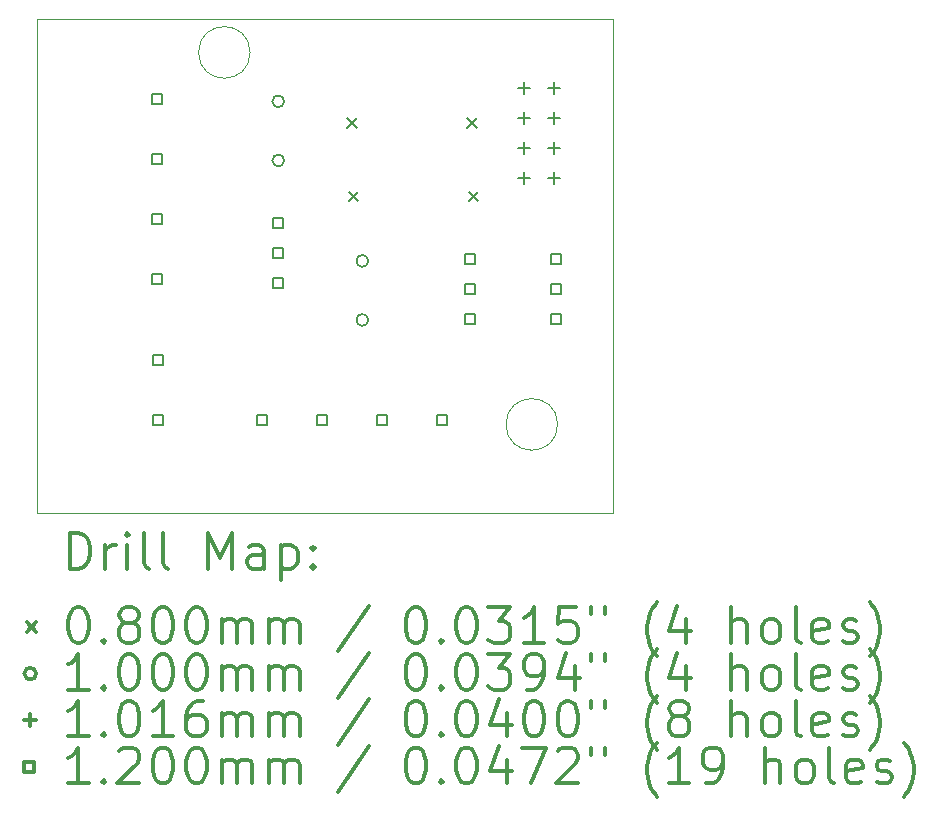
<source format=gbr>
%FSLAX45Y45*%
G04 Gerber Fmt 4.5, Leading zero omitted, Abs format (unit mm)*
G04 Created by KiCad (PCBNEW 5.99.0+really5.1.10+dfsg1-1) date 2021-12-19 10:59:43*
%MOMM*%
%LPD*%
G01*
G04 APERTURE LIST*
%TA.AperFunction,Profile*%
%ADD10C,0.050000*%
%TD*%
%TA.AperFunction,Profile*%
%ADD11C,0.100000*%
%TD*%
%ADD12C,0.200000*%
%ADD13C,0.300000*%
G04 APERTURE END LIST*
D10*
X11089699Y-8559800D02*
G75*
G03*
X11089699Y-8559800I-218499J0D01*
G01*
X13693199Y-11709400D02*
G75*
G03*
X13693199Y-11709400I-218499J0D01*
G01*
D11*
X14160500Y-8280400D02*
X14160500Y-12458700D01*
X9283700Y-8280400D02*
X14160500Y-8280400D01*
X9283700Y-12458700D02*
X9283700Y-8280400D01*
X14160500Y-12458700D02*
X9283700Y-12458700D01*
D12*
X11910700Y-9116700D02*
X11990700Y-9196700D01*
X11990700Y-9116700D02*
X11910700Y-9196700D01*
X11923400Y-9739000D02*
X12003400Y-9819000D01*
X12003400Y-9739000D02*
X11923400Y-9819000D01*
X12926700Y-9116700D02*
X13006700Y-9196700D01*
X13006700Y-9116700D02*
X12926700Y-9196700D01*
X12939400Y-9739000D02*
X13019400Y-9819000D01*
X13019400Y-9739000D02*
X12939400Y-9819000D01*
X11378400Y-8974200D02*
G75*
G03*
X11378400Y-8974200I-50000J0D01*
G01*
X11378400Y-9474200D02*
G75*
G03*
X11378400Y-9474200I-50000J0D01*
G01*
X12089600Y-10325100D02*
G75*
G03*
X12089600Y-10325100I-50000J0D01*
G01*
X12089600Y-10825100D02*
G75*
G03*
X12089600Y-10825100I-50000J0D01*
G01*
X13411200Y-8813800D02*
X13411200Y-8915400D01*
X13360400Y-8864600D02*
X13462000Y-8864600D01*
X13411200Y-9067800D02*
X13411200Y-9169400D01*
X13360400Y-9118600D02*
X13462000Y-9118600D01*
X13411200Y-9321800D02*
X13411200Y-9423400D01*
X13360400Y-9372600D02*
X13462000Y-9372600D01*
X13411200Y-9575800D02*
X13411200Y-9677400D01*
X13360400Y-9626600D02*
X13462000Y-9626600D01*
X13665200Y-8813800D02*
X13665200Y-8915400D01*
X13614400Y-8864600D02*
X13716000Y-8864600D01*
X13665200Y-9067800D02*
X13665200Y-9169400D01*
X13614400Y-9118600D02*
X13716000Y-9118600D01*
X13665200Y-9321800D02*
X13665200Y-9423400D01*
X13614400Y-9372600D02*
X13716000Y-9372600D01*
X13665200Y-9575800D02*
X13665200Y-9677400D01*
X13614400Y-9626600D02*
X13716000Y-9626600D01*
X10342127Y-8995927D02*
X10342127Y-8911073D01*
X10257273Y-8911073D01*
X10257273Y-8995927D01*
X10342127Y-8995927D01*
X10342127Y-9503927D02*
X10342127Y-9419073D01*
X10257273Y-9419073D01*
X10257273Y-9503927D01*
X10342127Y-9503927D01*
X10342127Y-10011927D02*
X10342127Y-9927073D01*
X10257273Y-9927073D01*
X10257273Y-10011927D01*
X10342127Y-10011927D01*
X10342127Y-10519927D02*
X10342127Y-10435073D01*
X10257273Y-10435073D01*
X10257273Y-10519927D01*
X10342127Y-10519927D01*
X10354827Y-11205727D02*
X10354827Y-11120873D01*
X10269973Y-11120873D01*
X10269973Y-11205727D01*
X10354827Y-11205727D01*
X10354827Y-11713727D02*
X10354827Y-11628873D01*
X10269973Y-11628873D01*
X10269973Y-11713727D01*
X10354827Y-11713727D01*
X11231127Y-11713727D02*
X11231127Y-11628873D01*
X11146273Y-11628873D01*
X11146273Y-11713727D01*
X11231127Y-11713727D01*
X11370827Y-10050027D02*
X11370827Y-9965173D01*
X11285973Y-9965173D01*
X11285973Y-10050027D01*
X11370827Y-10050027D01*
X11370827Y-10304027D02*
X11370827Y-10219173D01*
X11285973Y-10219173D01*
X11285973Y-10304027D01*
X11370827Y-10304027D01*
X11370827Y-10558027D02*
X11370827Y-10473173D01*
X11285973Y-10473173D01*
X11285973Y-10558027D01*
X11370827Y-10558027D01*
X11739127Y-11713727D02*
X11739127Y-11628873D01*
X11654273Y-11628873D01*
X11654273Y-11713727D01*
X11739127Y-11713727D01*
X12247127Y-11713727D02*
X12247127Y-11628873D01*
X12162273Y-11628873D01*
X12162273Y-11713727D01*
X12247127Y-11713727D01*
X12755127Y-11713727D02*
X12755127Y-11628873D01*
X12670273Y-11628873D01*
X12670273Y-11713727D01*
X12755127Y-11713727D01*
X12996427Y-10354827D02*
X12996427Y-10269973D01*
X12911573Y-10269973D01*
X12911573Y-10354827D01*
X12996427Y-10354827D01*
X12996427Y-10608827D02*
X12996427Y-10523973D01*
X12911573Y-10523973D01*
X12911573Y-10608827D01*
X12996427Y-10608827D01*
X12996427Y-10862827D02*
X12996427Y-10777973D01*
X12911573Y-10777973D01*
X12911573Y-10862827D01*
X12996427Y-10862827D01*
X13720327Y-10354827D02*
X13720327Y-10269973D01*
X13635473Y-10269973D01*
X13635473Y-10354827D01*
X13720327Y-10354827D01*
X13720327Y-10608827D02*
X13720327Y-10523973D01*
X13635473Y-10523973D01*
X13635473Y-10608827D01*
X13720327Y-10608827D01*
X13720327Y-10862827D02*
X13720327Y-10777973D01*
X13635473Y-10777973D01*
X13635473Y-10862827D01*
X13720327Y-10862827D01*
D13*
X9565128Y-12929414D02*
X9565128Y-12629414D01*
X9636557Y-12629414D01*
X9679414Y-12643700D01*
X9707986Y-12672271D01*
X9722271Y-12700843D01*
X9736557Y-12757986D01*
X9736557Y-12800843D01*
X9722271Y-12857986D01*
X9707986Y-12886557D01*
X9679414Y-12915129D01*
X9636557Y-12929414D01*
X9565128Y-12929414D01*
X9865128Y-12929414D02*
X9865128Y-12729414D01*
X9865128Y-12786557D02*
X9879414Y-12757986D01*
X9893700Y-12743700D01*
X9922271Y-12729414D01*
X9950843Y-12729414D01*
X10050843Y-12929414D02*
X10050843Y-12729414D01*
X10050843Y-12629414D02*
X10036557Y-12643700D01*
X10050843Y-12657986D01*
X10065128Y-12643700D01*
X10050843Y-12629414D01*
X10050843Y-12657986D01*
X10236557Y-12929414D02*
X10207986Y-12915129D01*
X10193700Y-12886557D01*
X10193700Y-12629414D01*
X10393700Y-12929414D02*
X10365128Y-12915129D01*
X10350843Y-12886557D01*
X10350843Y-12629414D01*
X10736557Y-12929414D02*
X10736557Y-12629414D01*
X10836557Y-12843700D01*
X10936557Y-12629414D01*
X10936557Y-12929414D01*
X11207986Y-12929414D02*
X11207986Y-12772271D01*
X11193700Y-12743700D01*
X11165128Y-12729414D01*
X11107986Y-12729414D01*
X11079414Y-12743700D01*
X11207986Y-12915129D02*
X11179414Y-12929414D01*
X11107986Y-12929414D01*
X11079414Y-12915129D01*
X11065128Y-12886557D01*
X11065128Y-12857986D01*
X11079414Y-12829414D01*
X11107986Y-12815129D01*
X11179414Y-12815129D01*
X11207986Y-12800843D01*
X11350843Y-12729414D02*
X11350843Y-13029414D01*
X11350843Y-12743700D02*
X11379414Y-12729414D01*
X11436557Y-12729414D01*
X11465128Y-12743700D01*
X11479414Y-12757986D01*
X11493700Y-12786557D01*
X11493700Y-12872271D01*
X11479414Y-12900843D01*
X11465128Y-12915129D01*
X11436557Y-12929414D01*
X11379414Y-12929414D01*
X11350843Y-12915129D01*
X11622271Y-12900843D02*
X11636557Y-12915129D01*
X11622271Y-12929414D01*
X11607986Y-12915129D01*
X11622271Y-12900843D01*
X11622271Y-12929414D01*
X11622271Y-12743700D02*
X11636557Y-12757986D01*
X11622271Y-12772271D01*
X11607986Y-12757986D01*
X11622271Y-12743700D01*
X11622271Y-12772271D01*
X9198700Y-13383700D02*
X9278700Y-13463700D01*
X9278700Y-13383700D02*
X9198700Y-13463700D01*
X9622271Y-13259414D02*
X9650843Y-13259414D01*
X9679414Y-13273700D01*
X9693700Y-13287986D01*
X9707986Y-13316557D01*
X9722271Y-13373700D01*
X9722271Y-13445129D01*
X9707986Y-13502271D01*
X9693700Y-13530843D01*
X9679414Y-13545129D01*
X9650843Y-13559414D01*
X9622271Y-13559414D01*
X9593700Y-13545129D01*
X9579414Y-13530843D01*
X9565128Y-13502271D01*
X9550843Y-13445129D01*
X9550843Y-13373700D01*
X9565128Y-13316557D01*
X9579414Y-13287986D01*
X9593700Y-13273700D01*
X9622271Y-13259414D01*
X9850843Y-13530843D02*
X9865128Y-13545129D01*
X9850843Y-13559414D01*
X9836557Y-13545129D01*
X9850843Y-13530843D01*
X9850843Y-13559414D01*
X10036557Y-13387986D02*
X10007986Y-13373700D01*
X9993700Y-13359414D01*
X9979414Y-13330843D01*
X9979414Y-13316557D01*
X9993700Y-13287986D01*
X10007986Y-13273700D01*
X10036557Y-13259414D01*
X10093700Y-13259414D01*
X10122271Y-13273700D01*
X10136557Y-13287986D01*
X10150843Y-13316557D01*
X10150843Y-13330843D01*
X10136557Y-13359414D01*
X10122271Y-13373700D01*
X10093700Y-13387986D01*
X10036557Y-13387986D01*
X10007986Y-13402271D01*
X9993700Y-13416557D01*
X9979414Y-13445129D01*
X9979414Y-13502271D01*
X9993700Y-13530843D01*
X10007986Y-13545129D01*
X10036557Y-13559414D01*
X10093700Y-13559414D01*
X10122271Y-13545129D01*
X10136557Y-13530843D01*
X10150843Y-13502271D01*
X10150843Y-13445129D01*
X10136557Y-13416557D01*
X10122271Y-13402271D01*
X10093700Y-13387986D01*
X10336557Y-13259414D02*
X10365128Y-13259414D01*
X10393700Y-13273700D01*
X10407986Y-13287986D01*
X10422271Y-13316557D01*
X10436557Y-13373700D01*
X10436557Y-13445129D01*
X10422271Y-13502271D01*
X10407986Y-13530843D01*
X10393700Y-13545129D01*
X10365128Y-13559414D01*
X10336557Y-13559414D01*
X10307986Y-13545129D01*
X10293700Y-13530843D01*
X10279414Y-13502271D01*
X10265128Y-13445129D01*
X10265128Y-13373700D01*
X10279414Y-13316557D01*
X10293700Y-13287986D01*
X10307986Y-13273700D01*
X10336557Y-13259414D01*
X10622271Y-13259414D02*
X10650843Y-13259414D01*
X10679414Y-13273700D01*
X10693700Y-13287986D01*
X10707986Y-13316557D01*
X10722271Y-13373700D01*
X10722271Y-13445129D01*
X10707986Y-13502271D01*
X10693700Y-13530843D01*
X10679414Y-13545129D01*
X10650843Y-13559414D01*
X10622271Y-13559414D01*
X10593700Y-13545129D01*
X10579414Y-13530843D01*
X10565128Y-13502271D01*
X10550843Y-13445129D01*
X10550843Y-13373700D01*
X10565128Y-13316557D01*
X10579414Y-13287986D01*
X10593700Y-13273700D01*
X10622271Y-13259414D01*
X10850843Y-13559414D02*
X10850843Y-13359414D01*
X10850843Y-13387986D02*
X10865128Y-13373700D01*
X10893700Y-13359414D01*
X10936557Y-13359414D01*
X10965128Y-13373700D01*
X10979414Y-13402271D01*
X10979414Y-13559414D01*
X10979414Y-13402271D02*
X10993700Y-13373700D01*
X11022271Y-13359414D01*
X11065128Y-13359414D01*
X11093700Y-13373700D01*
X11107986Y-13402271D01*
X11107986Y-13559414D01*
X11250843Y-13559414D02*
X11250843Y-13359414D01*
X11250843Y-13387986D02*
X11265128Y-13373700D01*
X11293700Y-13359414D01*
X11336557Y-13359414D01*
X11365128Y-13373700D01*
X11379414Y-13402271D01*
X11379414Y-13559414D01*
X11379414Y-13402271D02*
X11393700Y-13373700D01*
X11422271Y-13359414D01*
X11465128Y-13359414D01*
X11493700Y-13373700D01*
X11507986Y-13402271D01*
X11507986Y-13559414D01*
X12093700Y-13245129D02*
X11836557Y-13630843D01*
X12479414Y-13259414D02*
X12507986Y-13259414D01*
X12536557Y-13273700D01*
X12550843Y-13287986D01*
X12565128Y-13316557D01*
X12579414Y-13373700D01*
X12579414Y-13445129D01*
X12565128Y-13502271D01*
X12550843Y-13530843D01*
X12536557Y-13545129D01*
X12507986Y-13559414D01*
X12479414Y-13559414D01*
X12450843Y-13545129D01*
X12436557Y-13530843D01*
X12422271Y-13502271D01*
X12407986Y-13445129D01*
X12407986Y-13373700D01*
X12422271Y-13316557D01*
X12436557Y-13287986D01*
X12450843Y-13273700D01*
X12479414Y-13259414D01*
X12707986Y-13530843D02*
X12722271Y-13545129D01*
X12707986Y-13559414D01*
X12693700Y-13545129D01*
X12707986Y-13530843D01*
X12707986Y-13559414D01*
X12907986Y-13259414D02*
X12936557Y-13259414D01*
X12965128Y-13273700D01*
X12979414Y-13287986D01*
X12993700Y-13316557D01*
X13007986Y-13373700D01*
X13007986Y-13445129D01*
X12993700Y-13502271D01*
X12979414Y-13530843D01*
X12965128Y-13545129D01*
X12936557Y-13559414D01*
X12907986Y-13559414D01*
X12879414Y-13545129D01*
X12865128Y-13530843D01*
X12850843Y-13502271D01*
X12836557Y-13445129D01*
X12836557Y-13373700D01*
X12850843Y-13316557D01*
X12865128Y-13287986D01*
X12879414Y-13273700D01*
X12907986Y-13259414D01*
X13107986Y-13259414D02*
X13293700Y-13259414D01*
X13193700Y-13373700D01*
X13236557Y-13373700D01*
X13265128Y-13387986D01*
X13279414Y-13402271D01*
X13293700Y-13430843D01*
X13293700Y-13502271D01*
X13279414Y-13530843D01*
X13265128Y-13545129D01*
X13236557Y-13559414D01*
X13150843Y-13559414D01*
X13122271Y-13545129D01*
X13107986Y-13530843D01*
X13579414Y-13559414D02*
X13407986Y-13559414D01*
X13493700Y-13559414D02*
X13493700Y-13259414D01*
X13465128Y-13302271D01*
X13436557Y-13330843D01*
X13407986Y-13345129D01*
X13850843Y-13259414D02*
X13707986Y-13259414D01*
X13693700Y-13402271D01*
X13707986Y-13387986D01*
X13736557Y-13373700D01*
X13807986Y-13373700D01*
X13836557Y-13387986D01*
X13850843Y-13402271D01*
X13865128Y-13430843D01*
X13865128Y-13502271D01*
X13850843Y-13530843D01*
X13836557Y-13545129D01*
X13807986Y-13559414D01*
X13736557Y-13559414D01*
X13707986Y-13545129D01*
X13693700Y-13530843D01*
X13979414Y-13259414D02*
X13979414Y-13316557D01*
X14093700Y-13259414D02*
X14093700Y-13316557D01*
X14536557Y-13673700D02*
X14522271Y-13659414D01*
X14493700Y-13616557D01*
X14479414Y-13587986D01*
X14465128Y-13545129D01*
X14450843Y-13473700D01*
X14450843Y-13416557D01*
X14465128Y-13345129D01*
X14479414Y-13302271D01*
X14493700Y-13273700D01*
X14522271Y-13230843D01*
X14536557Y-13216557D01*
X14779414Y-13359414D02*
X14779414Y-13559414D01*
X14707986Y-13245129D02*
X14636557Y-13459414D01*
X14822271Y-13459414D01*
X15165128Y-13559414D02*
X15165128Y-13259414D01*
X15293700Y-13559414D02*
X15293700Y-13402271D01*
X15279414Y-13373700D01*
X15250843Y-13359414D01*
X15207986Y-13359414D01*
X15179414Y-13373700D01*
X15165128Y-13387986D01*
X15479414Y-13559414D02*
X15450843Y-13545129D01*
X15436557Y-13530843D01*
X15422271Y-13502271D01*
X15422271Y-13416557D01*
X15436557Y-13387986D01*
X15450843Y-13373700D01*
X15479414Y-13359414D01*
X15522271Y-13359414D01*
X15550843Y-13373700D01*
X15565128Y-13387986D01*
X15579414Y-13416557D01*
X15579414Y-13502271D01*
X15565128Y-13530843D01*
X15550843Y-13545129D01*
X15522271Y-13559414D01*
X15479414Y-13559414D01*
X15750843Y-13559414D02*
X15722271Y-13545129D01*
X15707986Y-13516557D01*
X15707986Y-13259414D01*
X15979414Y-13545129D02*
X15950843Y-13559414D01*
X15893700Y-13559414D01*
X15865128Y-13545129D01*
X15850843Y-13516557D01*
X15850843Y-13402271D01*
X15865128Y-13373700D01*
X15893700Y-13359414D01*
X15950843Y-13359414D01*
X15979414Y-13373700D01*
X15993700Y-13402271D01*
X15993700Y-13430843D01*
X15850843Y-13459414D01*
X16107986Y-13545129D02*
X16136557Y-13559414D01*
X16193700Y-13559414D01*
X16222271Y-13545129D01*
X16236557Y-13516557D01*
X16236557Y-13502271D01*
X16222271Y-13473700D01*
X16193700Y-13459414D01*
X16150843Y-13459414D01*
X16122271Y-13445129D01*
X16107986Y-13416557D01*
X16107986Y-13402271D01*
X16122271Y-13373700D01*
X16150843Y-13359414D01*
X16193700Y-13359414D01*
X16222271Y-13373700D01*
X16336557Y-13673700D02*
X16350843Y-13659414D01*
X16379414Y-13616557D01*
X16393700Y-13587986D01*
X16407986Y-13545129D01*
X16422271Y-13473700D01*
X16422271Y-13416557D01*
X16407986Y-13345129D01*
X16393700Y-13302271D01*
X16379414Y-13273700D01*
X16350843Y-13230843D01*
X16336557Y-13216557D01*
X9278700Y-13819700D02*
G75*
G03*
X9278700Y-13819700I-50000J0D01*
G01*
X9722271Y-13955414D02*
X9550843Y-13955414D01*
X9636557Y-13955414D02*
X9636557Y-13655414D01*
X9607986Y-13698271D01*
X9579414Y-13726843D01*
X9550843Y-13741129D01*
X9850843Y-13926843D02*
X9865128Y-13941129D01*
X9850843Y-13955414D01*
X9836557Y-13941129D01*
X9850843Y-13926843D01*
X9850843Y-13955414D01*
X10050843Y-13655414D02*
X10079414Y-13655414D01*
X10107986Y-13669700D01*
X10122271Y-13683986D01*
X10136557Y-13712557D01*
X10150843Y-13769700D01*
X10150843Y-13841129D01*
X10136557Y-13898271D01*
X10122271Y-13926843D01*
X10107986Y-13941129D01*
X10079414Y-13955414D01*
X10050843Y-13955414D01*
X10022271Y-13941129D01*
X10007986Y-13926843D01*
X9993700Y-13898271D01*
X9979414Y-13841129D01*
X9979414Y-13769700D01*
X9993700Y-13712557D01*
X10007986Y-13683986D01*
X10022271Y-13669700D01*
X10050843Y-13655414D01*
X10336557Y-13655414D02*
X10365128Y-13655414D01*
X10393700Y-13669700D01*
X10407986Y-13683986D01*
X10422271Y-13712557D01*
X10436557Y-13769700D01*
X10436557Y-13841129D01*
X10422271Y-13898271D01*
X10407986Y-13926843D01*
X10393700Y-13941129D01*
X10365128Y-13955414D01*
X10336557Y-13955414D01*
X10307986Y-13941129D01*
X10293700Y-13926843D01*
X10279414Y-13898271D01*
X10265128Y-13841129D01*
X10265128Y-13769700D01*
X10279414Y-13712557D01*
X10293700Y-13683986D01*
X10307986Y-13669700D01*
X10336557Y-13655414D01*
X10622271Y-13655414D02*
X10650843Y-13655414D01*
X10679414Y-13669700D01*
X10693700Y-13683986D01*
X10707986Y-13712557D01*
X10722271Y-13769700D01*
X10722271Y-13841129D01*
X10707986Y-13898271D01*
X10693700Y-13926843D01*
X10679414Y-13941129D01*
X10650843Y-13955414D01*
X10622271Y-13955414D01*
X10593700Y-13941129D01*
X10579414Y-13926843D01*
X10565128Y-13898271D01*
X10550843Y-13841129D01*
X10550843Y-13769700D01*
X10565128Y-13712557D01*
X10579414Y-13683986D01*
X10593700Y-13669700D01*
X10622271Y-13655414D01*
X10850843Y-13955414D02*
X10850843Y-13755414D01*
X10850843Y-13783986D02*
X10865128Y-13769700D01*
X10893700Y-13755414D01*
X10936557Y-13755414D01*
X10965128Y-13769700D01*
X10979414Y-13798271D01*
X10979414Y-13955414D01*
X10979414Y-13798271D02*
X10993700Y-13769700D01*
X11022271Y-13755414D01*
X11065128Y-13755414D01*
X11093700Y-13769700D01*
X11107986Y-13798271D01*
X11107986Y-13955414D01*
X11250843Y-13955414D02*
X11250843Y-13755414D01*
X11250843Y-13783986D02*
X11265128Y-13769700D01*
X11293700Y-13755414D01*
X11336557Y-13755414D01*
X11365128Y-13769700D01*
X11379414Y-13798271D01*
X11379414Y-13955414D01*
X11379414Y-13798271D02*
X11393700Y-13769700D01*
X11422271Y-13755414D01*
X11465128Y-13755414D01*
X11493700Y-13769700D01*
X11507986Y-13798271D01*
X11507986Y-13955414D01*
X12093700Y-13641129D02*
X11836557Y-14026843D01*
X12479414Y-13655414D02*
X12507986Y-13655414D01*
X12536557Y-13669700D01*
X12550843Y-13683986D01*
X12565128Y-13712557D01*
X12579414Y-13769700D01*
X12579414Y-13841129D01*
X12565128Y-13898271D01*
X12550843Y-13926843D01*
X12536557Y-13941129D01*
X12507986Y-13955414D01*
X12479414Y-13955414D01*
X12450843Y-13941129D01*
X12436557Y-13926843D01*
X12422271Y-13898271D01*
X12407986Y-13841129D01*
X12407986Y-13769700D01*
X12422271Y-13712557D01*
X12436557Y-13683986D01*
X12450843Y-13669700D01*
X12479414Y-13655414D01*
X12707986Y-13926843D02*
X12722271Y-13941129D01*
X12707986Y-13955414D01*
X12693700Y-13941129D01*
X12707986Y-13926843D01*
X12707986Y-13955414D01*
X12907986Y-13655414D02*
X12936557Y-13655414D01*
X12965128Y-13669700D01*
X12979414Y-13683986D01*
X12993700Y-13712557D01*
X13007986Y-13769700D01*
X13007986Y-13841129D01*
X12993700Y-13898271D01*
X12979414Y-13926843D01*
X12965128Y-13941129D01*
X12936557Y-13955414D01*
X12907986Y-13955414D01*
X12879414Y-13941129D01*
X12865128Y-13926843D01*
X12850843Y-13898271D01*
X12836557Y-13841129D01*
X12836557Y-13769700D01*
X12850843Y-13712557D01*
X12865128Y-13683986D01*
X12879414Y-13669700D01*
X12907986Y-13655414D01*
X13107986Y-13655414D02*
X13293700Y-13655414D01*
X13193700Y-13769700D01*
X13236557Y-13769700D01*
X13265128Y-13783986D01*
X13279414Y-13798271D01*
X13293700Y-13826843D01*
X13293700Y-13898271D01*
X13279414Y-13926843D01*
X13265128Y-13941129D01*
X13236557Y-13955414D01*
X13150843Y-13955414D01*
X13122271Y-13941129D01*
X13107986Y-13926843D01*
X13436557Y-13955414D02*
X13493700Y-13955414D01*
X13522271Y-13941129D01*
X13536557Y-13926843D01*
X13565128Y-13883986D01*
X13579414Y-13826843D01*
X13579414Y-13712557D01*
X13565128Y-13683986D01*
X13550843Y-13669700D01*
X13522271Y-13655414D01*
X13465128Y-13655414D01*
X13436557Y-13669700D01*
X13422271Y-13683986D01*
X13407986Y-13712557D01*
X13407986Y-13783986D01*
X13422271Y-13812557D01*
X13436557Y-13826843D01*
X13465128Y-13841129D01*
X13522271Y-13841129D01*
X13550843Y-13826843D01*
X13565128Y-13812557D01*
X13579414Y-13783986D01*
X13836557Y-13755414D02*
X13836557Y-13955414D01*
X13765128Y-13641129D02*
X13693700Y-13855414D01*
X13879414Y-13855414D01*
X13979414Y-13655414D02*
X13979414Y-13712557D01*
X14093700Y-13655414D02*
X14093700Y-13712557D01*
X14536557Y-14069700D02*
X14522271Y-14055414D01*
X14493700Y-14012557D01*
X14479414Y-13983986D01*
X14465128Y-13941129D01*
X14450843Y-13869700D01*
X14450843Y-13812557D01*
X14465128Y-13741129D01*
X14479414Y-13698271D01*
X14493700Y-13669700D01*
X14522271Y-13626843D01*
X14536557Y-13612557D01*
X14779414Y-13755414D02*
X14779414Y-13955414D01*
X14707986Y-13641129D02*
X14636557Y-13855414D01*
X14822271Y-13855414D01*
X15165128Y-13955414D02*
X15165128Y-13655414D01*
X15293700Y-13955414D02*
X15293700Y-13798271D01*
X15279414Y-13769700D01*
X15250843Y-13755414D01*
X15207986Y-13755414D01*
X15179414Y-13769700D01*
X15165128Y-13783986D01*
X15479414Y-13955414D02*
X15450843Y-13941129D01*
X15436557Y-13926843D01*
X15422271Y-13898271D01*
X15422271Y-13812557D01*
X15436557Y-13783986D01*
X15450843Y-13769700D01*
X15479414Y-13755414D01*
X15522271Y-13755414D01*
X15550843Y-13769700D01*
X15565128Y-13783986D01*
X15579414Y-13812557D01*
X15579414Y-13898271D01*
X15565128Y-13926843D01*
X15550843Y-13941129D01*
X15522271Y-13955414D01*
X15479414Y-13955414D01*
X15750843Y-13955414D02*
X15722271Y-13941129D01*
X15707986Y-13912557D01*
X15707986Y-13655414D01*
X15979414Y-13941129D02*
X15950843Y-13955414D01*
X15893700Y-13955414D01*
X15865128Y-13941129D01*
X15850843Y-13912557D01*
X15850843Y-13798271D01*
X15865128Y-13769700D01*
X15893700Y-13755414D01*
X15950843Y-13755414D01*
X15979414Y-13769700D01*
X15993700Y-13798271D01*
X15993700Y-13826843D01*
X15850843Y-13855414D01*
X16107986Y-13941129D02*
X16136557Y-13955414D01*
X16193700Y-13955414D01*
X16222271Y-13941129D01*
X16236557Y-13912557D01*
X16236557Y-13898271D01*
X16222271Y-13869700D01*
X16193700Y-13855414D01*
X16150843Y-13855414D01*
X16122271Y-13841129D01*
X16107986Y-13812557D01*
X16107986Y-13798271D01*
X16122271Y-13769700D01*
X16150843Y-13755414D01*
X16193700Y-13755414D01*
X16222271Y-13769700D01*
X16336557Y-14069700D02*
X16350843Y-14055414D01*
X16379414Y-14012557D01*
X16393700Y-13983986D01*
X16407986Y-13941129D01*
X16422271Y-13869700D01*
X16422271Y-13812557D01*
X16407986Y-13741129D01*
X16393700Y-13698271D01*
X16379414Y-13669700D01*
X16350843Y-13626843D01*
X16336557Y-13612557D01*
X9227900Y-14164900D02*
X9227900Y-14266500D01*
X9177100Y-14215700D02*
X9278700Y-14215700D01*
X9722271Y-14351414D02*
X9550843Y-14351414D01*
X9636557Y-14351414D02*
X9636557Y-14051414D01*
X9607986Y-14094271D01*
X9579414Y-14122843D01*
X9550843Y-14137129D01*
X9850843Y-14322843D02*
X9865128Y-14337129D01*
X9850843Y-14351414D01*
X9836557Y-14337129D01*
X9850843Y-14322843D01*
X9850843Y-14351414D01*
X10050843Y-14051414D02*
X10079414Y-14051414D01*
X10107986Y-14065700D01*
X10122271Y-14079986D01*
X10136557Y-14108557D01*
X10150843Y-14165700D01*
X10150843Y-14237129D01*
X10136557Y-14294271D01*
X10122271Y-14322843D01*
X10107986Y-14337129D01*
X10079414Y-14351414D01*
X10050843Y-14351414D01*
X10022271Y-14337129D01*
X10007986Y-14322843D01*
X9993700Y-14294271D01*
X9979414Y-14237129D01*
X9979414Y-14165700D01*
X9993700Y-14108557D01*
X10007986Y-14079986D01*
X10022271Y-14065700D01*
X10050843Y-14051414D01*
X10436557Y-14351414D02*
X10265128Y-14351414D01*
X10350843Y-14351414D02*
X10350843Y-14051414D01*
X10322271Y-14094271D01*
X10293700Y-14122843D01*
X10265128Y-14137129D01*
X10693700Y-14051414D02*
X10636557Y-14051414D01*
X10607986Y-14065700D01*
X10593700Y-14079986D01*
X10565128Y-14122843D01*
X10550843Y-14179986D01*
X10550843Y-14294271D01*
X10565128Y-14322843D01*
X10579414Y-14337129D01*
X10607986Y-14351414D01*
X10665128Y-14351414D01*
X10693700Y-14337129D01*
X10707986Y-14322843D01*
X10722271Y-14294271D01*
X10722271Y-14222843D01*
X10707986Y-14194271D01*
X10693700Y-14179986D01*
X10665128Y-14165700D01*
X10607986Y-14165700D01*
X10579414Y-14179986D01*
X10565128Y-14194271D01*
X10550843Y-14222843D01*
X10850843Y-14351414D02*
X10850843Y-14151414D01*
X10850843Y-14179986D02*
X10865128Y-14165700D01*
X10893700Y-14151414D01*
X10936557Y-14151414D01*
X10965128Y-14165700D01*
X10979414Y-14194271D01*
X10979414Y-14351414D01*
X10979414Y-14194271D02*
X10993700Y-14165700D01*
X11022271Y-14151414D01*
X11065128Y-14151414D01*
X11093700Y-14165700D01*
X11107986Y-14194271D01*
X11107986Y-14351414D01*
X11250843Y-14351414D02*
X11250843Y-14151414D01*
X11250843Y-14179986D02*
X11265128Y-14165700D01*
X11293700Y-14151414D01*
X11336557Y-14151414D01*
X11365128Y-14165700D01*
X11379414Y-14194271D01*
X11379414Y-14351414D01*
X11379414Y-14194271D02*
X11393700Y-14165700D01*
X11422271Y-14151414D01*
X11465128Y-14151414D01*
X11493700Y-14165700D01*
X11507986Y-14194271D01*
X11507986Y-14351414D01*
X12093700Y-14037129D02*
X11836557Y-14422843D01*
X12479414Y-14051414D02*
X12507986Y-14051414D01*
X12536557Y-14065700D01*
X12550843Y-14079986D01*
X12565128Y-14108557D01*
X12579414Y-14165700D01*
X12579414Y-14237129D01*
X12565128Y-14294271D01*
X12550843Y-14322843D01*
X12536557Y-14337129D01*
X12507986Y-14351414D01*
X12479414Y-14351414D01*
X12450843Y-14337129D01*
X12436557Y-14322843D01*
X12422271Y-14294271D01*
X12407986Y-14237129D01*
X12407986Y-14165700D01*
X12422271Y-14108557D01*
X12436557Y-14079986D01*
X12450843Y-14065700D01*
X12479414Y-14051414D01*
X12707986Y-14322843D02*
X12722271Y-14337129D01*
X12707986Y-14351414D01*
X12693700Y-14337129D01*
X12707986Y-14322843D01*
X12707986Y-14351414D01*
X12907986Y-14051414D02*
X12936557Y-14051414D01*
X12965128Y-14065700D01*
X12979414Y-14079986D01*
X12993700Y-14108557D01*
X13007986Y-14165700D01*
X13007986Y-14237129D01*
X12993700Y-14294271D01*
X12979414Y-14322843D01*
X12965128Y-14337129D01*
X12936557Y-14351414D01*
X12907986Y-14351414D01*
X12879414Y-14337129D01*
X12865128Y-14322843D01*
X12850843Y-14294271D01*
X12836557Y-14237129D01*
X12836557Y-14165700D01*
X12850843Y-14108557D01*
X12865128Y-14079986D01*
X12879414Y-14065700D01*
X12907986Y-14051414D01*
X13265128Y-14151414D02*
X13265128Y-14351414D01*
X13193700Y-14037129D02*
X13122271Y-14251414D01*
X13307986Y-14251414D01*
X13479414Y-14051414D02*
X13507986Y-14051414D01*
X13536557Y-14065700D01*
X13550843Y-14079986D01*
X13565128Y-14108557D01*
X13579414Y-14165700D01*
X13579414Y-14237129D01*
X13565128Y-14294271D01*
X13550843Y-14322843D01*
X13536557Y-14337129D01*
X13507986Y-14351414D01*
X13479414Y-14351414D01*
X13450843Y-14337129D01*
X13436557Y-14322843D01*
X13422271Y-14294271D01*
X13407986Y-14237129D01*
X13407986Y-14165700D01*
X13422271Y-14108557D01*
X13436557Y-14079986D01*
X13450843Y-14065700D01*
X13479414Y-14051414D01*
X13765128Y-14051414D02*
X13793700Y-14051414D01*
X13822271Y-14065700D01*
X13836557Y-14079986D01*
X13850843Y-14108557D01*
X13865128Y-14165700D01*
X13865128Y-14237129D01*
X13850843Y-14294271D01*
X13836557Y-14322843D01*
X13822271Y-14337129D01*
X13793700Y-14351414D01*
X13765128Y-14351414D01*
X13736557Y-14337129D01*
X13722271Y-14322843D01*
X13707986Y-14294271D01*
X13693700Y-14237129D01*
X13693700Y-14165700D01*
X13707986Y-14108557D01*
X13722271Y-14079986D01*
X13736557Y-14065700D01*
X13765128Y-14051414D01*
X13979414Y-14051414D02*
X13979414Y-14108557D01*
X14093700Y-14051414D02*
X14093700Y-14108557D01*
X14536557Y-14465700D02*
X14522271Y-14451414D01*
X14493700Y-14408557D01*
X14479414Y-14379986D01*
X14465128Y-14337129D01*
X14450843Y-14265700D01*
X14450843Y-14208557D01*
X14465128Y-14137129D01*
X14479414Y-14094271D01*
X14493700Y-14065700D01*
X14522271Y-14022843D01*
X14536557Y-14008557D01*
X14693700Y-14179986D02*
X14665128Y-14165700D01*
X14650843Y-14151414D01*
X14636557Y-14122843D01*
X14636557Y-14108557D01*
X14650843Y-14079986D01*
X14665128Y-14065700D01*
X14693700Y-14051414D01*
X14750843Y-14051414D01*
X14779414Y-14065700D01*
X14793700Y-14079986D01*
X14807986Y-14108557D01*
X14807986Y-14122843D01*
X14793700Y-14151414D01*
X14779414Y-14165700D01*
X14750843Y-14179986D01*
X14693700Y-14179986D01*
X14665128Y-14194271D01*
X14650843Y-14208557D01*
X14636557Y-14237129D01*
X14636557Y-14294271D01*
X14650843Y-14322843D01*
X14665128Y-14337129D01*
X14693700Y-14351414D01*
X14750843Y-14351414D01*
X14779414Y-14337129D01*
X14793700Y-14322843D01*
X14807986Y-14294271D01*
X14807986Y-14237129D01*
X14793700Y-14208557D01*
X14779414Y-14194271D01*
X14750843Y-14179986D01*
X15165128Y-14351414D02*
X15165128Y-14051414D01*
X15293700Y-14351414D02*
X15293700Y-14194271D01*
X15279414Y-14165700D01*
X15250843Y-14151414D01*
X15207986Y-14151414D01*
X15179414Y-14165700D01*
X15165128Y-14179986D01*
X15479414Y-14351414D02*
X15450843Y-14337129D01*
X15436557Y-14322843D01*
X15422271Y-14294271D01*
X15422271Y-14208557D01*
X15436557Y-14179986D01*
X15450843Y-14165700D01*
X15479414Y-14151414D01*
X15522271Y-14151414D01*
X15550843Y-14165700D01*
X15565128Y-14179986D01*
X15579414Y-14208557D01*
X15579414Y-14294271D01*
X15565128Y-14322843D01*
X15550843Y-14337129D01*
X15522271Y-14351414D01*
X15479414Y-14351414D01*
X15750843Y-14351414D02*
X15722271Y-14337129D01*
X15707986Y-14308557D01*
X15707986Y-14051414D01*
X15979414Y-14337129D02*
X15950843Y-14351414D01*
X15893700Y-14351414D01*
X15865128Y-14337129D01*
X15850843Y-14308557D01*
X15850843Y-14194271D01*
X15865128Y-14165700D01*
X15893700Y-14151414D01*
X15950843Y-14151414D01*
X15979414Y-14165700D01*
X15993700Y-14194271D01*
X15993700Y-14222843D01*
X15850843Y-14251414D01*
X16107986Y-14337129D02*
X16136557Y-14351414D01*
X16193700Y-14351414D01*
X16222271Y-14337129D01*
X16236557Y-14308557D01*
X16236557Y-14294271D01*
X16222271Y-14265700D01*
X16193700Y-14251414D01*
X16150843Y-14251414D01*
X16122271Y-14237129D01*
X16107986Y-14208557D01*
X16107986Y-14194271D01*
X16122271Y-14165700D01*
X16150843Y-14151414D01*
X16193700Y-14151414D01*
X16222271Y-14165700D01*
X16336557Y-14465700D02*
X16350843Y-14451414D01*
X16379414Y-14408557D01*
X16393700Y-14379986D01*
X16407986Y-14337129D01*
X16422271Y-14265700D01*
X16422271Y-14208557D01*
X16407986Y-14137129D01*
X16393700Y-14094271D01*
X16379414Y-14065700D01*
X16350843Y-14022843D01*
X16336557Y-14008557D01*
X9261127Y-14654127D02*
X9261127Y-14569273D01*
X9176273Y-14569273D01*
X9176273Y-14654127D01*
X9261127Y-14654127D01*
X9722271Y-14747414D02*
X9550843Y-14747414D01*
X9636557Y-14747414D02*
X9636557Y-14447414D01*
X9607986Y-14490271D01*
X9579414Y-14518843D01*
X9550843Y-14533129D01*
X9850843Y-14718843D02*
X9865128Y-14733129D01*
X9850843Y-14747414D01*
X9836557Y-14733129D01*
X9850843Y-14718843D01*
X9850843Y-14747414D01*
X9979414Y-14475986D02*
X9993700Y-14461700D01*
X10022271Y-14447414D01*
X10093700Y-14447414D01*
X10122271Y-14461700D01*
X10136557Y-14475986D01*
X10150843Y-14504557D01*
X10150843Y-14533129D01*
X10136557Y-14575986D01*
X9965128Y-14747414D01*
X10150843Y-14747414D01*
X10336557Y-14447414D02*
X10365128Y-14447414D01*
X10393700Y-14461700D01*
X10407986Y-14475986D01*
X10422271Y-14504557D01*
X10436557Y-14561700D01*
X10436557Y-14633129D01*
X10422271Y-14690271D01*
X10407986Y-14718843D01*
X10393700Y-14733129D01*
X10365128Y-14747414D01*
X10336557Y-14747414D01*
X10307986Y-14733129D01*
X10293700Y-14718843D01*
X10279414Y-14690271D01*
X10265128Y-14633129D01*
X10265128Y-14561700D01*
X10279414Y-14504557D01*
X10293700Y-14475986D01*
X10307986Y-14461700D01*
X10336557Y-14447414D01*
X10622271Y-14447414D02*
X10650843Y-14447414D01*
X10679414Y-14461700D01*
X10693700Y-14475986D01*
X10707986Y-14504557D01*
X10722271Y-14561700D01*
X10722271Y-14633129D01*
X10707986Y-14690271D01*
X10693700Y-14718843D01*
X10679414Y-14733129D01*
X10650843Y-14747414D01*
X10622271Y-14747414D01*
X10593700Y-14733129D01*
X10579414Y-14718843D01*
X10565128Y-14690271D01*
X10550843Y-14633129D01*
X10550843Y-14561700D01*
X10565128Y-14504557D01*
X10579414Y-14475986D01*
X10593700Y-14461700D01*
X10622271Y-14447414D01*
X10850843Y-14747414D02*
X10850843Y-14547414D01*
X10850843Y-14575986D02*
X10865128Y-14561700D01*
X10893700Y-14547414D01*
X10936557Y-14547414D01*
X10965128Y-14561700D01*
X10979414Y-14590271D01*
X10979414Y-14747414D01*
X10979414Y-14590271D02*
X10993700Y-14561700D01*
X11022271Y-14547414D01*
X11065128Y-14547414D01*
X11093700Y-14561700D01*
X11107986Y-14590271D01*
X11107986Y-14747414D01*
X11250843Y-14747414D02*
X11250843Y-14547414D01*
X11250843Y-14575986D02*
X11265128Y-14561700D01*
X11293700Y-14547414D01*
X11336557Y-14547414D01*
X11365128Y-14561700D01*
X11379414Y-14590271D01*
X11379414Y-14747414D01*
X11379414Y-14590271D02*
X11393700Y-14561700D01*
X11422271Y-14547414D01*
X11465128Y-14547414D01*
X11493700Y-14561700D01*
X11507986Y-14590271D01*
X11507986Y-14747414D01*
X12093700Y-14433129D02*
X11836557Y-14818843D01*
X12479414Y-14447414D02*
X12507986Y-14447414D01*
X12536557Y-14461700D01*
X12550843Y-14475986D01*
X12565128Y-14504557D01*
X12579414Y-14561700D01*
X12579414Y-14633129D01*
X12565128Y-14690271D01*
X12550843Y-14718843D01*
X12536557Y-14733129D01*
X12507986Y-14747414D01*
X12479414Y-14747414D01*
X12450843Y-14733129D01*
X12436557Y-14718843D01*
X12422271Y-14690271D01*
X12407986Y-14633129D01*
X12407986Y-14561700D01*
X12422271Y-14504557D01*
X12436557Y-14475986D01*
X12450843Y-14461700D01*
X12479414Y-14447414D01*
X12707986Y-14718843D02*
X12722271Y-14733129D01*
X12707986Y-14747414D01*
X12693700Y-14733129D01*
X12707986Y-14718843D01*
X12707986Y-14747414D01*
X12907986Y-14447414D02*
X12936557Y-14447414D01*
X12965128Y-14461700D01*
X12979414Y-14475986D01*
X12993700Y-14504557D01*
X13007986Y-14561700D01*
X13007986Y-14633129D01*
X12993700Y-14690271D01*
X12979414Y-14718843D01*
X12965128Y-14733129D01*
X12936557Y-14747414D01*
X12907986Y-14747414D01*
X12879414Y-14733129D01*
X12865128Y-14718843D01*
X12850843Y-14690271D01*
X12836557Y-14633129D01*
X12836557Y-14561700D01*
X12850843Y-14504557D01*
X12865128Y-14475986D01*
X12879414Y-14461700D01*
X12907986Y-14447414D01*
X13265128Y-14547414D02*
X13265128Y-14747414D01*
X13193700Y-14433129D02*
X13122271Y-14647414D01*
X13307986Y-14647414D01*
X13393700Y-14447414D02*
X13593700Y-14447414D01*
X13465128Y-14747414D01*
X13693700Y-14475986D02*
X13707986Y-14461700D01*
X13736557Y-14447414D01*
X13807986Y-14447414D01*
X13836557Y-14461700D01*
X13850843Y-14475986D01*
X13865128Y-14504557D01*
X13865128Y-14533129D01*
X13850843Y-14575986D01*
X13679414Y-14747414D01*
X13865128Y-14747414D01*
X13979414Y-14447414D02*
X13979414Y-14504557D01*
X14093700Y-14447414D02*
X14093700Y-14504557D01*
X14536557Y-14861700D02*
X14522271Y-14847414D01*
X14493700Y-14804557D01*
X14479414Y-14775986D01*
X14465128Y-14733129D01*
X14450843Y-14661700D01*
X14450843Y-14604557D01*
X14465128Y-14533129D01*
X14479414Y-14490271D01*
X14493700Y-14461700D01*
X14522271Y-14418843D01*
X14536557Y-14404557D01*
X14807986Y-14747414D02*
X14636557Y-14747414D01*
X14722271Y-14747414D02*
X14722271Y-14447414D01*
X14693700Y-14490271D01*
X14665128Y-14518843D01*
X14636557Y-14533129D01*
X14950843Y-14747414D02*
X15007986Y-14747414D01*
X15036557Y-14733129D01*
X15050843Y-14718843D01*
X15079414Y-14675986D01*
X15093700Y-14618843D01*
X15093700Y-14504557D01*
X15079414Y-14475986D01*
X15065128Y-14461700D01*
X15036557Y-14447414D01*
X14979414Y-14447414D01*
X14950843Y-14461700D01*
X14936557Y-14475986D01*
X14922271Y-14504557D01*
X14922271Y-14575986D01*
X14936557Y-14604557D01*
X14950843Y-14618843D01*
X14979414Y-14633129D01*
X15036557Y-14633129D01*
X15065128Y-14618843D01*
X15079414Y-14604557D01*
X15093700Y-14575986D01*
X15450843Y-14747414D02*
X15450843Y-14447414D01*
X15579414Y-14747414D02*
X15579414Y-14590271D01*
X15565128Y-14561700D01*
X15536557Y-14547414D01*
X15493700Y-14547414D01*
X15465128Y-14561700D01*
X15450843Y-14575986D01*
X15765128Y-14747414D02*
X15736557Y-14733129D01*
X15722271Y-14718843D01*
X15707986Y-14690271D01*
X15707986Y-14604557D01*
X15722271Y-14575986D01*
X15736557Y-14561700D01*
X15765128Y-14547414D01*
X15807986Y-14547414D01*
X15836557Y-14561700D01*
X15850843Y-14575986D01*
X15865128Y-14604557D01*
X15865128Y-14690271D01*
X15850843Y-14718843D01*
X15836557Y-14733129D01*
X15807986Y-14747414D01*
X15765128Y-14747414D01*
X16036557Y-14747414D02*
X16007986Y-14733129D01*
X15993700Y-14704557D01*
X15993700Y-14447414D01*
X16265128Y-14733129D02*
X16236557Y-14747414D01*
X16179414Y-14747414D01*
X16150843Y-14733129D01*
X16136557Y-14704557D01*
X16136557Y-14590271D01*
X16150843Y-14561700D01*
X16179414Y-14547414D01*
X16236557Y-14547414D01*
X16265128Y-14561700D01*
X16279414Y-14590271D01*
X16279414Y-14618843D01*
X16136557Y-14647414D01*
X16393700Y-14733129D02*
X16422271Y-14747414D01*
X16479414Y-14747414D01*
X16507986Y-14733129D01*
X16522271Y-14704557D01*
X16522271Y-14690271D01*
X16507986Y-14661700D01*
X16479414Y-14647414D01*
X16436557Y-14647414D01*
X16407986Y-14633129D01*
X16393700Y-14604557D01*
X16393700Y-14590271D01*
X16407986Y-14561700D01*
X16436557Y-14547414D01*
X16479414Y-14547414D01*
X16507986Y-14561700D01*
X16622271Y-14861700D02*
X16636557Y-14847414D01*
X16665128Y-14804557D01*
X16679414Y-14775986D01*
X16693700Y-14733129D01*
X16707986Y-14661700D01*
X16707986Y-14604557D01*
X16693700Y-14533129D01*
X16679414Y-14490271D01*
X16665128Y-14461700D01*
X16636557Y-14418843D01*
X16622271Y-14404557D01*
M02*

</source>
